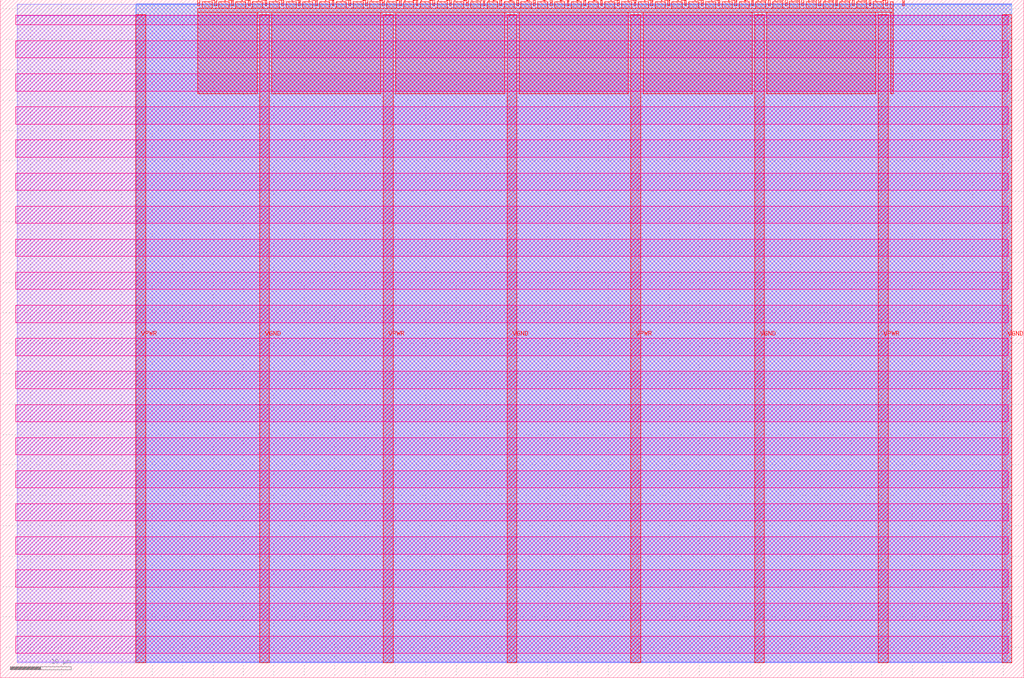
<source format=lef>
VERSION 5.7 ;
  NOWIREEXTENSIONATPIN ON ;
  DIVIDERCHAR "/" ;
  BUSBITCHARS "[]" ;
MACRO tt_um_loopback_ericsmi
  CLASS BLOCK ;
  FOREIGN tt_um_loopback_ericsmi ;
  ORIGIN 0.000 0.000 ;
  SIZE 168.360 BY 111.520 ;
  PIN VGND
    DIRECTION INOUT ;
    USE GROUND ;
    PORT
      LAYER met4 ;
        RECT 42.670 2.480 44.270 109.040 ;
    END
    PORT
      LAYER met4 ;
        RECT 83.380 2.480 84.980 109.040 ;
    END
    PORT
      LAYER met4 ;
        RECT 124.090 2.480 125.690 109.040 ;
    END
    PORT
      LAYER met4 ;
        RECT 164.800 2.480 166.400 109.040 ;
    END
  END VGND
  PIN VPWR
    DIRECTION INOUT ;
    USE POWER ;
    PORT
      LAYER met4 ;
        RECT 22.315 2.480 23.915 109.040 ;
    END
    PORT
      LAYER met4 ;
        RECT 63.025 2.480 64.625 109.040 ;
    END
    PORT
      LAYER met4 ;
        RECT 103.735 2.480 105.335 109.040 ;
    END
    PORT
      LAYER met4 ;
        RECT 144.445 2.480 146.045 109.040 ;
    END
  END VPWR
  PIN clk
    DIRECTION INPUT ;
    USE SIGNAL ;
    ANTENNAGATEAREA 0.852000 ;
    PORT
      LAYER met4 ;
        RECT 145.670 110.520 145.970 111.520 ;
    END
  END clk
  PIN ena
    DIRECTION INPUT ;
    USE SIGNAL ;
    PORT
      LAYER met4 ;
        RECT 148.430 110.520 148.730 111.520 ;
    END
  END ena
  PIN rst_n
    DIRECTION INPUT ;
    USE SIGNAL ;
    ANTENNAGATEAREA 0.213000 ;
    PORT
      LAYER met4 ;
        RECT 142.910 110.520 143.210 111.520 ;
    END
  END rst_n
  PIN ui_in[0]
    DIRECTION INPUT ;
    USE SIGNAL ;
    ANTENNAGATEAREA 0.196500 ;
    PORT
      LAYER met4 ;
        RECT 140.150 110.520 140.450 111.520 ;
    END
  END ui_in[0]
  PIN ui_in[1]
    DIRECTION INPUT ;
    USE SIGNAL ;
    ANTENNAGATEAREA 0.196500 ;
    PORT
      LAYER met4 ;
        RECT 137.390 110.520 137.690 111.520 ;
    END
  END ui_in[1]
  PIN ui_in[2]
    DIRECTION INPUT ;
    USE SIGNAL ;
    ANTENNAGATEAREA 0.196500 ;
    PORT
      LAYER met4 ;
        RECT 134.630 110.520 134.930 111.520 ;
    END
  END ui_in[2]
  PIN ui_in[3]
    DIRECTION INPUT ;
    USE SIGNAL ;
    ANTENNAGATEAREA 0.196500 ;
    PORT
      LAYER met4 ;
        RECT 131.870 110.520 132.170 111.520 ;
    END
  END ui_in[3]
  PIN ui_in[4]
    DIRECTION INPUT ;
    USE SIGNAL ;
    ANTENNAGATEAREA 0.196500 ;
    PORT
      LAYER met4 ;
        RECT 129.110 110.520 129.410 111.520 ;
    END
  END ui_in[4]
  PIN ui_in[5]
    DIRECTION INPUT ;
    USE SIGNAL ;
    ANTENNAGATEAREA 0.196500 ;
    PORT
      LAYER met4 ;
        RECT 126.350 110.520 126.650 111.520 ;
    END
  END ui_in[5]
  PIN ui_in[6]
    DIRECTION INPUT ;
    USE SIGNAL ;
    ANTENNAGATEAREA 0.196500 ;
    PORT
      LAYER met4 ;
        RECT 123.590 110.520 123.890 111.520 ;
    END
  END ui_in[6]
  PIN ui_in[7]
    DIRECTION INPUT ;
    USE SIGNAL ;
    ANTENNAGATEAREA 0.196500 ;
    PORT
      LAYER met4 ;
        RECT 120.830 110.520 121.130 111.520 ;
    END
  END ui_in[7]
  PIN uio_in[0]
    DIRECTION INPUT ;
    USE SIGNAL ;
    ANTENNAGATEAREA 0.196500 ;
    PORT
      LAYER met4 ;
        RECT 118.070 110.520 118.370 111.520 ;
    END
  END uio_in[0]
  PIN uio_in[1]
    DIRECTION INPUT ;
    USE SIGNAL ;
    ANTENNAGATEAREA 0.196500 ;
    PORT
      LAYER met4 ;
        RECT 115.310 110.520 115.610 111.520 ;
    END
  END uio_in[1]
  PIN uio_in[2]
    DIRECTION INPUT ;
    USE SIGNAL ;
    ANTENNAGATEAREA 0.196500 ;
    PORT
      LAYER met4 ;
        RECT 112.550 110.520 112.850 111.520 ;
    END
  END uio_in[2]
  PIN uio_in[3]
    DIRECTION INPUT ;
    USE SIGNAL ;
    ANTENNAGATEAREA 0.196500 ;
    PORT
      LAYER met4 ;
        RECT 109.790 110.520 110.090 111.520 ;
    END
  END uio_in[3]
  PIN uio_in[4]
    DIRECTION INPUT ;
    USE SIGNAL ;
    ANTENNAGATEAREA 0.196500 ;
    PORT
      LAYER met4 ;
        RECT 107.030 110.520 107.330 111.520 ;
    END
  END uio_in[4]
  PIN uio_in[5]
    DIRECTION INPUT ;
    USE SIGNAL ;
    ANTENNAGATEAREA 0.196500 ;
    PORT
      LAYER met4 ;
        RECT 104.270 110.520 104.570 111.520 ;
    END
  END uio_in[5]
  PIN uio_in[6]
    DIRECTION INPUT ;
    USE SIGNAL ;
    ANTENNAGATEAREA 0.196500 ;
    PORT
      LAYER met4 ;
        RECT 101.510 110.520 101.810 111.520 ;
    END
  END uio_in[6]
  PIN uio_in[7]
    DIRECTION INPUT ;
    USE SIGNAL ;
    ANTENNAGATEAREA 0.196500 ;
    PORT
      LAYER met4 ;
        RECT 98.750 110.520 99.050 111.520 ;
    END
  END uio_in[7]
  PIN uio_oe[0]
    DIRECTION OUTPUT TRISTATE ;
    USE SIGNAL ;
    ANTENNADIFFAREA 0.445500 ;
    PORT
      LAYER met4 ;
        RECT 51.830 110.520 52.130 111.520 ;
    END
  END uio_oe[0]
  PIN uio_oe[1]
    DIRECTION OUTPUT TRISTATE ;
    USE SIGNAL ;
    ANTENNADIFFAREA 0.445500 ;
    PORT
      LAYER met4 ;
        RECT 49.070 110.520 49.370 111.520 ;
    END
  END uio_oe[1]
  PIN uio_oe[2]
    DIRECTION OUTPUT TRISTATE ;
    USE SIGNAL ;
    ANTENNADIFFAREA 0.445500 ;
    PORT
      LAYER met4 ;
        RECT 46.310 110.520 46.610 111.520 ;
    END
  END uio_oe[2]
  PIN uio_oe[3]
    DIRECTION OUTPUT TRISTATE ;
    USE SIGNAL ;
    ANTENNADIFFAREA 0.445500 ;
    PORT
      LAYER met4 ;
        RECT 43.550 110.520 43.850 111.520 ;
    END
  END uio_oe[3]
  PIN uio_oe[4]
    DIRECTION OUTPUT TRISTATE ;
    USE SIGNAL ;
    ANTENNADIFFAREA 0.445500 ;
    PORT
      LAYER met4 ;
        RECT 40.790 110.520 41.090 111.520 ;
    END
  END uio_oe[4]
  PIN uio_oe[5]
    DIRECTION OUTPUT TRISTATE ;
    USE SIGNAL ;
    ANTENNADIFFAREA 0.445500 ;
    PORT
      LAYER met4 ;
        RECT 38.030 110.520 38.330 111.520 ;
    END
  END uio_oe[5]
  PIN uio_oe[6]
    DIRECTION OUTPUT TRISTATE ;
    USE SIGNAL ;
    ANTENNADIFFAREA 0.445500 ;
    PORT
      LAYER met4 ;
        RECT 35.270 110.520 35.570 111.520 ;
    END
  END uio_oe[6]
  PIN uio_oe[7]
    DIRECTION OUTPUT TRISTATE ;
    USE SIGNAL ;
    ANTENNAGATEAREA 1.113000 ;
    ANTENNADIFFAREA 1.075200 ;
    PORT
      LAYER met4 ;
        RECT 32.510 110.520 32.810 111.520 ;
    END
  END uio_oe[7]
  PIN uio_out[0]
    DIRECTION OUTPUT TRISTATE ;
    USE SIGNAL ;
    ANTENNADIFFAREA 0.795200 ;
    PORT
      LAYER met4 ;
        RECT 73.910 110.520 74.210 111.520 ;
    END
  END uio_out[0]
  PIN uio_out[1]
    DIRECTION OUTPUT TRISTATE ;
    USE SIGNAL ;
    ANTENNADIFFAREA 0.445500 ;
    PORT
      LAYER met4 ;
        RECT 71.150 110.520 71.450 111.520 ;
    END
  END uio_out[1]
  PIN uio_out[2]
    DIRECTION OUTPUT TRISTATE ;
    USE SIGNAL ;
    ANTENNADIFFAREA 0.795200 ;
    PORT
      LAYER met4 ;
        RECT 68.390 110.520 68.690 111.520 ;
    END
  END uio_out[2]
  PIN uio_out[3]
    DIRECTION OUTPUT TRISTATE ;
    USE SIGNAL ;
    ANTENNADIFFAREA 0.795200 ;
    PORT
      LAYER met4 ;
        RECT 65.630 110.520 65.930 111.520 ;
    END
  END uio_out[3]
  PIN uio_out[4]
    DIRECTION OUTPUT TRISTATE ;
    USE SIGNAL ;
    ANTENNADIFFAREA 0.445500 ;
    PORT
      LAYER met4 ;
        RECT 62.870 110.520 63.170 111.520 ;
    END
  END uio_out[4]
  PIN uio_out[5]
    DIRECTION OUTPUT TRISTATE ;
    USE SIGNAL ;
    ANTENNADIFFAREA 0.795200 ;
    PORT
      LAYER met4 ;
        RECT 60.110 110.520 60.410 111.520 ;
    END
  END uio_out[5]
  PIN uio_out[6]
    DIRECTION OUTPUT TRISTATE ;
    USE SIGNAL ;
    ANTENNADIFFAREA 0.445500 ;
    PORT
      LAYER met4 ;
        RECT 57.350 110.520 57.650 111.520 ;
    END
  END uio_out[6]
  PIN uio_out[7]
    DIRECTION OUTPUT TRISTATE ;
    USE SIGNAL ;
    ANTENNADIFFAREA 0.795200 ;
    PORT
      LAYER met4 ;
        RECT 54.590 110.520 54.890 111.520 ;
    END
  END uio_out[7]
  PIN uo_out[0]
    DIRECTION OUTPUT TRISTATE ;
    USE SIGNAL ;
    ANTENNADIFFAREA 0.795200 ;
    PORT
      LAYER met4 ;
        RECT 95.990 110.520 96.290 111.520 ;
    END
  END uo_out[0]
  PIN uo_out[1]
    DIRECTION OUTPUT TRISTATE ;
    USE SIGNAL ;
    ANTENNADIFFAREA 0.445500 ;
    PORT
      LAYER met4 ;
        RECT 93.230 110.520 93.530 111.520 ;
    END
  END uo_out[1]
  PIN uo_out[2]
    DIRECTION OUTPUT TRISTATE ;
    USE SIGNAL ;
    ANTENNADIFFAREA 0.445500 ;
    PORT
      LAYER met4 ;
        RECT 90.470 110.520 90.770 111.520 ;
    END
  END uo_out[2]
  PIN uo_out[3]
    DIRECTION OUTPUT TRISTATE ;
    USE SIGNAL ;
    ANTENNADIFFAREA 0.445500 ;
    PORT
      LAYER met4 ;
        RECT 87.710 110.520 88.010 111.520 ;
    END
  END uo_out[3]
  PIN uo_out[4]
    DIRECTION OUTPUT TRISTATE ;
    USE SIGNAL ;
    ANTENNADIFFAREA 0.795200 ;
    PORT
      LAYER met4 ;
        RECT 84.950 110.520 85.250 111.520 ;
    END
  END uo_out[4]
  PIN uo_out[5]
    DIRECTION OUTPUT TRISTATE ;
    USE SIGNAL ;
    ANTENNAGATEAREA 0.903000 ;
    ANTENNADIFFAREA 0.891000 ;
    PORT
      LAYER met4 ;
        RECT 82.190 110.520 82.490 111.520 ;
    END
  END uo_out[5]
  PIN uo_out[6]
    DIRECTION OUTPUT TRISTATE ;
    USE SIGNAL ;
    ANTENNADIFFAREA 0.795200 ;
    PORT
      LAYER met4 ;
        RECT 79.430 110.520 79.730 111.520 ;
    END
  END uo_out[6]
  PIN uo_out[7]
    DIRECTION OUTPUT TRISTATE ;
    USE SIGNAL ;
    ANTENNADIFFAREA 0.795200 ;
    PORT
      LAYER met4 ;
        RECT 76.670 110.520 76.970 111.520 ;
    END
  END uo_out[7]
  OBS
      LAYER nwell ;
        RECT 2.570 107.385 165.790 108.990 ;
        RECT 2.570 101.945 165.790 104.775 ;
        RECT 2.570 96.505 165.790 99.335 ;
        RECT 2.570 91.065 165.790 93.895 ;
        RECT 2.570 85.625 165.790 88.455 ;
        RECT 2.570 80.185 165.790 83.015 ;
        RECT 2.570 74.745 165.790 77.575 ;
        RECT 2.570 69.305 165.790 72.135 ;
        RECT 2.570 63.865 165.790 66.695 ;
        RECT 2.570 58.425 165.790 61.255 ;
        RECT 2.570 52.985 165.790 55.815 ;
        RECT 2.570 47.545 165.790 50.375 ;
        RECT 2.570 42.105 165.790 44.935 ;
        RECT 2.570 36.665 165.790 39.495 ;
        RECT 2.570 31.225 165.790 34.055 ;
        RECT 2.570 25.785 165.790 28.615 ;
        RECT 2.570 20.345 165.790 23.175 ;
        RECT 2.570 14.905 165.790 17.735 ;
        RECT 2.570 9.465 165.790 12.295 ;
        RECT 2.570 4.025 165.790 6.855 ;
      LAYER li1 ;
        RECT 2.760 2.635 165.600 108.885 ;
      LAYER met1 ;
        RECT 2.760 2.480 166.400 110.800 ;
      LAYER met2 ;
        RECT 22.345 2.535 166.370 110.830 ;
      LAYER met3 ;
        RECT 22.325 2.555 166.390 110.665 ;
      LAYER met4 ;
        RECT 33.210 110.120 34.870 111.170 ;
        RECT 35.970 110.120 37.630 111.170 ;
        RECT 38.730 110.120 40.390 111.170 ;
        RECT 41.490 110.120 43.150 111.170 ;
        RECT 44.250 110.120 45.910 111.170 ;
        RECT 47.010 110.120 48.670 111.170 ;
        RECT 49.770 110.120 51.430 111.170 ;
        RECT 52.530 110.120 54.190 111.170 ;
        RECT 55.290 110.120 56.950 111.170 ;
        RECT 58.050 110.120 59.710 111.170 ;
        RECT 60.810 110.120 62.470 111.170 ;
        RECT 63.570 110.120 65.230 111.170 ;
        RECT 66.330 110.120 67.990 111.170 ;
        RECT 69.090 110.120 70.750 111.170 ;
        RECT 71.850 110.120 73.510 111.170 ;
        RECT 74.610 110.120 76.270 111.170 ;
        RECT 77.370 110.120 79.030 111.170 ;
        RECT 80.130 110.120 81.790 111.170 ;
        RECT 82.890 110.120 84.550 111.170 ;
        RECT 85.650 110.120 87.310 111.170 ;
        RECT 88.410 110.120 90.070 111.170 ;
        RECT 91.170 110.120 92.830 111.170 ;
        RECT 93.930 110.120 95.590 111.170 ;
        RECT 96.690 110.120 98.350 111.170 ;
        RECT 99.450 110.120 101.110 111.170 ;
        RECT 102.210 110.120 103.870 111.170 ;
        RECT 104.970 110.120 106.630 111.170 ;
        RECT 107.730 110.120 109.390 111.170 ;
        RECT 110.490 110.120 112.150 111.170 ;
        RECT 113.250 110.120 114.910 111.170 ;
        RECT 116.010 110.120 117.670 111.170 ;
        RECT 118.770 110.120 120.430 111.170 ;
        RECT 121.530 110.120 123.190 111.170 ;
        RECT 124.290 110.120 125.950 111.170 ;
        RECT 127.050 110.120 128.710 111.170 ;
        RECT 129.810 110.120 131.470 111.170 ;
        RECT 132.570 110.120 134.230 111.170 ;
        RECT 135.330 110.120 136.990 111.170 ;
        RECT 138.090 110.120 139.750 111.170 ;
        RECT 140.850 110.120 142.510 111.170 ;
        RECT 143.610 110.120 145.270 111.170 ;
        RECT 146.370 110.120 146.905 111.170 ;
        RECT 32.495 109.440 146.905 110.120 ;
        RECT 32.495 96.055 42.270 109.440 ;
        RECT 44.670 96.055 62.625 109.440 ;
        RECT 65.025 96.055 82.980 109.440 ;
        RECT 85.380 96.055 103.335 109.440 ;
        RECT 105.735 96.055 123.690 109.440 ;
        RECT 126.090 96.055 144.045 109.440 ;
        RECT 146.445 96.055 146.905 109.440 ;
  END
END tt_um_loopback_ericsmi
END LIBRARY


</source>
